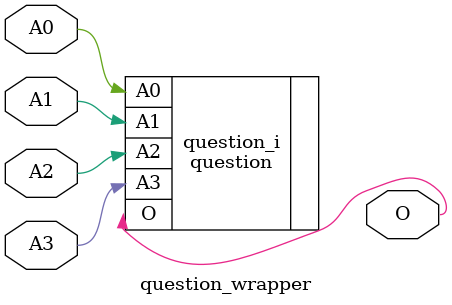
<source format=v>
`timescale 1 ps / 1 ps

module question_wrapper
   (A0,
    A1,
    A2,
    A3,
    O);
  input A0;
  input A1;
  input A2;
  input A3;
  output O;

  wire A0;
  wire A1;
  wire A2;
  wire A3;
  wire O;

  question question_i
       (.A0(A0),
        .A1(A1),
        .A2(A2),
        .A3(A3),
        .O(O));
endmodule

</source>
